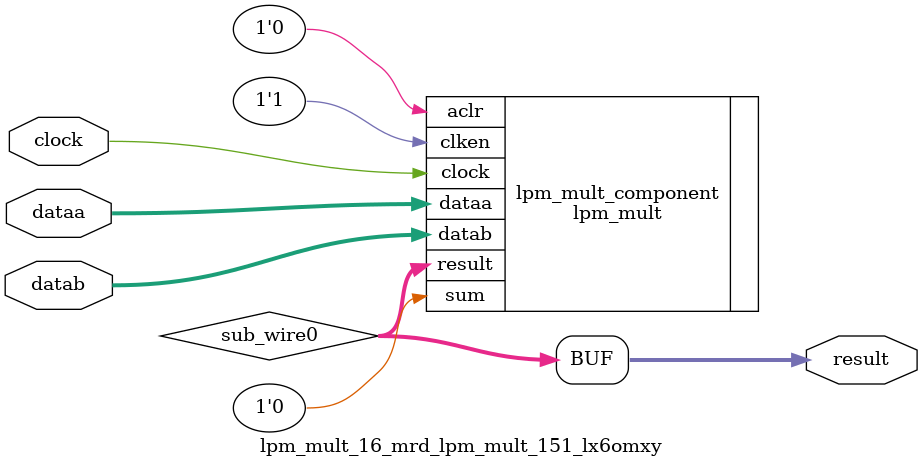
<source format=v>


`timescale 1 ps / 1 ps
// synopsys translate_on
module  lpm_mult_16_mrd_lpm_mult_151_lx6omxy  (
            clock,
            dataa,
            datab,
            result);

            input  clock;
            input [15:0] dataa;
            input [15:0] datab;
            output [31:0] result;

            wire [31:0] sub_wire0;
            wire [31:0] result = sub_wire0[31:0];    

            lpm_mult        lpm_mult_component (
                                        .clock (clock),
                                        .dataa (dataa),
                                        .datab (datab),
                                        .result (sub_wire0),
                                        .aclr (1'b0),
                                        .clken (1'b1),
                                        .sum (1'b0));
            defparam
                    lpm_mult_component.lpm_hint = "DEDICATED_MULTIPLIER_CIRCUITRY=YES,MAXIMIZE_SPEED=9",
                    lpm_mult_component.lpm_pipeline = 2,
                    lpm_mult_component.lpm_representation = "SIGNED",
                    lpm_mult_component.lpm_type = "LPM_MULT",
                    lpm_mult_component.lpm_widtha = 16,
                    lpm_mult_component.lpm_widthb = 16,
                    lpm_mult_component.lpm_widthp = 32;


endmodule



</source>
